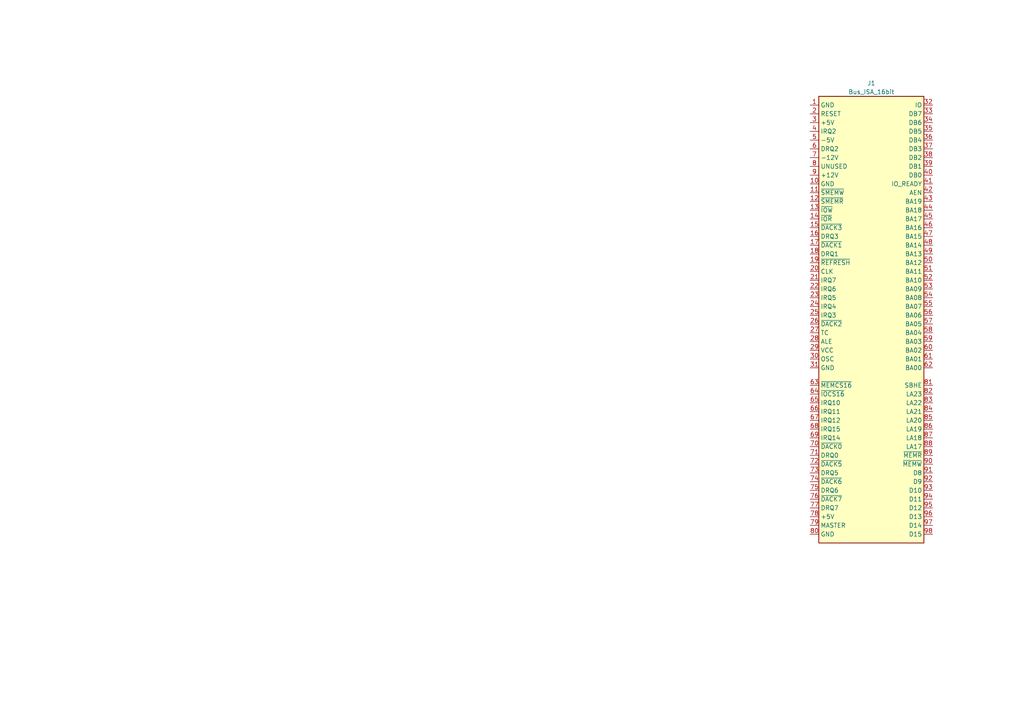
<source format=kicad_sch>
(kicad_sch (version 20230121) (generator eeschema)
  (paper "A4")
  (lib_symbols
    (symbol "Connector:Bus_ISA_16bit"
      (property "Reference" "J" (at 0 67.945 0))
      (property "Value" "Bus_ISA_16bit" (at 0 -65.405 0))
      (symbol "Bus_ISA_16bit_0_1"
        (rectangle (start -15.24 -63.5) (end 15.24 66.04) (stroke (width 0.254)) (fill (type background)))
      )
      (symbol "Bus_ISA_16bit_1_1"
        (pin power_in line (at -17.78 63.5 0) (length 2.54) (name "GND") (number "1"))
        (pin power_in line (at -17.78 40.64 0) (length 2.54) (name "GND") (number "10"))
        (pin output line (at -17.78 38.1 0) (length 2.54) (name "~{SMEMW}") (number "11"))
        (pin output line (at -17.78 35.56 0) (length 2.54) (name "~{SMEMR}") (number "12"))
        (pin output line (at -17.78 33.02 0) (length 2.54) (name "~{IOW}") (number "13"))
        (pin output line (at -17.78 30.48 0) (length 2.54) (name "~{IOR}") (number "14"))
        (pin passive line (at -17.78 27.94 0) (length 2.54) (name "~{DACK3}") (number "15"))
        (pin passive line (at -17.78 25.4 0) (length 2.54) (name "DRQ3") (number "16"))
        (pin passive line (at -17.78 22.86 0) (length 2.54) (name "~{DACK1}") (number "17"))
        (pin passive line (at -17.78 20.32 0) (length 2.54) (name "DRQ1") (number "18"))
        (pin passive line (at -17.78 17.78 0) (length 2.54) (name "~{REFRESH}") (number "19"))
        (pin output line (at -17.78 60.96 0) (length 2.54) (name "RESET") (number "2"))
        (pin output line (at -17.78 15.24 0) (length 2.54) (name "CLK") (number "20"))
        (pin passive line (at -17.78 12.7 0) (length 2.54) (name "IRQ7") (number "21"))
        (pin passive line (at -17.78 10.16 0) (length 2.54) (name "IRQ6") (number "22"))
        (pin passive line (at -17.78 7.62 0) (length 2.54) (name "IRQ5") (number "23"))
        (pin passive line (at -17.78 5.08 0) (length 2.54) (name "IRQ4") (number "24"))
        (pin passive line (at -17.78 2.54 0) (length 2.54) (name "IRQ3") (number "25"))
        (pin passive line (at -17.78 0 0) (length 2.54) (name "~{DACK2}") (number "26"))
        (pin passive line (at -17.78 -2.54 0) (length 2.54) (name "TC") (number "27"))
        (pin output line (at -17.78 -5.08 0) (length 2.54) (name "ALE") (number "28"))
        (pin power_in line (at -17.78 -7.62 0) (length 2.54) (name "VCC") (number "29"))
        (pin power_in line (at -17.78 58.42 0) (length 2.54) (name "+5V") (number "3"))
        (pin output line (at -17.78 -10.16 0) (length 2.54) (name "OSC") (number "30"))
        (pin power_in line (at -17.78 -12.7 0) (length 2.54) (name "GND") (number "31"))
        (pin passive line (at 17.78 63.5 180) (length 2.54) (name "IO") (number "32"))
        (pin tri_state line (at 17.78 60.96 180) (length 2.54) (name "DB7") (number "33"))
        (pin tri_state line (at 17.78 58.42 180) (length 2.54) (name "DB6") (number "34"))
        (pin tri_state line (at 17.78 55.88 180) (length 2.54) (name "DB5") (number "35"))
        (pin tri_state line (at 17.78 53.34 180) (length 2.54) (name "DB4") (number "36"))
        (pin tri_state line (at 17.78 50.8 180) (length 2.54) (name "DB3") (number "37"))
        (pin tri_state line (at 17.78 48.26 180) (length 2.54) (name "DB2") (number "38"))
        (pin tri_state line (at 17.78 45.72 180) (length 2.54) (name "DB1") (number "39"))
        (pin passive line (at -17.78 55.88 0) (length 2.54) (name "IRQ2") (number "4"))
        (pin tri_state line (at 17.78 43.18 180) (length 2.54) (name "DB0") (number "40"))
        (pin passive line (at 17.78 40.64 180) (length 2.54) (name "IO_READY") (number "41"))
        (pin output line (at 17.78 38.1 180) (length 2.54) (name "AEN") (number "42"))
        (pin tri_state line (at 17.78 35.56 180) (length 2.54) (name "BA19") (number "43"))
        (pin tri_state line (at 17.78 33.02 180) (length 2.54) (name "BA18") (number "44"))
        (pin tri_state line (at 17.78 30.48 180) (length 2.54) (name "BA17") (number "45"))
        (pin tri_state line (at 17.78 27.94 180) (length 2.54) (name "BA16") (number "46"))
        (pin tri_state line (at 17.78 25.4 180) (length 2.54) (name "BA15") (number "47"))
        (pin tri_state line (at 17.78 22.86 180) (length 2.54) (name "BA14") (number "48"))
        (pin tri_state line (at 17.78 20.32 180) (length 2.54) (name "BA13") (number "49"))
        (pin power_in line (at -17.78 53.34 0) (length 2.54) (name "-5V") (number "5"))
        (pin tri_state line (at 17.78 17.78 180) (length 2.54) (name "BA12") (number "50"))
        (pin tri_state line (at 17.78 15.24 180) (length 2.54) (name "BA11") (number "51"))
        (pin tri_state line (at 17.78 12.7 180) (length 2.54) (name "BA10") (number "52"))
        (pin tri_state line (at 17.78 10.16 180) (length 2.54) (name "BA09") (number "53"))
        (pin tri_state line (at 17.78 7.62 180) (length 2.54) (name "BA08") (number "54"))
        (pin tri_state line (at 17.78 5.08 180) (length 2.54) (name "BA07") (number "55"))
        (pin tri_state line (at 17.78 2.54 180) (length 2.54) (name "BA06") (number "56"))
        (pin tri_state line (at 17.78 0 180) (length 2.54) (name "BA05") (number "57"))
        (pin tri_state line (at 17.78 -2.54 180) (length 2.54) (name "BA04") (number "58"))
        (pin tri_state line (at 17.78 -5.08 180) (length 2.54) (name "BA03") (number "59"))
        (pin passive line (at -17.78 50.8 0) (length 2.54) (name "DRQ2") (number "6"))
        (pin tri_state line (at 17.78 -7.62 180) (length 2.54) (name "BA02") (number "60"))
        (pin tri_state line (at 17.78 -10.16 180) (length 2.54) (name "BA01") (number "61"))
        (pin tri_state line (at 17.78 -12.7 180) (length 2.54) (name "BA00") (number "62"))
        (pin passive line (at -17.78 -17.78 0) (length 2.54) (name "~{MEMCS16}") (number "63"))
        (pin passive line (at -17.78 -20.32 0) (length 2.54) (name "~{IOCS16}") (number "64"))
        (pin passive line (at -17.78 -22.86 0) (length 2.54) (name "IRQ10") (number "65"))
        (pin passive line (at -17.78 -25.4 0) (length 2.54) (name "IRQ11") (number "66"))
        (pin passive line (at -17.78 -27.94 0) (length 2.54) (name "IRQ12") (number "67"))
        (pin passive line (at -17.78 -30.48 0) (length 2.54) (name "IRQ15") (number "68"))
        (pin passive line (at -17.78 -33.02 0) (length 2.54) (name "IRQ14") (number "69"))
        (pin power_in line (at -17.78 48.26 0) (length 2.54) (name "-12V") (number "7"))
        (pin output line (at -17.78 -35.56 0) (length 2.54) (name "~{DACK0}") (number "70"))
        (pin passive line (at -17.78 -38.1 0) (length 2.54) (name "DRQ0") (number "71"))
        (pin output line (at -17.78 -40.64 0) (length 2.54) (name "~{DACK5}") (number "72"))
        (pin passive line (at -17.78 -43.18 0) (length 2.54) (name "DRQ5") (number "73"))
        (pin output line (at -17.78 -45.72 0) (length 2.54) (name "~{DACK6}") (number "74"))
        (pin passive line (at -17.78 -48.26 0) (length 2.54) (name "DRQ6") (number "75"))
        (pin output line (at -17.78 -50.8 0) (length 2.54) (name "~{DACK7}") (number "76"))
        (pin passive line (at -17.78 -53.34 0) (length 2.54) (name "DRQ7") (number "77"))
        (pin power_in line (at -17.78 -55.88 0) (length 2.54) (name "+5V") (number "78"))
        (pin passive line (at -17.78 -58.42 0) (length 2.54) (name "MASTER") (number "79"))
        (pin passive line (at -17.78 45.72 0) (length 2.54) (name "UNUSED") (number "8"))
        (pin power_in line (at -17.78 -60.96 0) (length 2.54) (name "GND") (number "80"))
        (pin passive line (at 17.78 -17.78 180) (length 2.54) (name "SBHE") (number "81"))
        (pin passive line (at 17.78 -20.32 180) (length 2.54) (name "LA23") (number "82"))
        (pin passive line (at 17.78 -22.86 180) (length 2.54) (name "LA22") (number "83"))
        (pin passive line (at 17.78 -25.4 180) (length 2.54) (name "LA21") (number "84"))
        (pin passive line (at 17.78 -27.94 180) (length 2.54) (name "LA20") (number "85"))
        (pin passive line (at 17.78 -30.48 180) (length 2.54) (name "LA19") (number "86"))
        (pin passive line (at 17.78 -33.02 180) (length 2.54) (name "LA18") (number "87"))
        (pin passive line (at 17.78 -35.56 180) (length 2.54) (name "LA17") (number "88"))
        (pin output line (at 17.78 -38.1 180) (length 2.54) (name "~{MEMR}") (number "89"))
        (pin power_in line (at -17.78 43.18 0) (length 2.54) (name "+12V") (number "9"))
        (pin output line (at 17.78 -40.64 180) (length 2.54) (name "~{MEMW}") (number "90"))
        (pin tri_state line (at 17.78 -43.18 180) (length 2.54) (name "D8") (number "91"))
        (pin tri_state line (at 17.78 -45.72 180) (length 2.54) (name "D9") (number "92"))
        (pin tri_state line (at 17.78 -48.26 180) (length 2.54) (name "D10") (number "93"))
        (pin tri_state line (at 17.78 -50.8 180) (length 2.54) (name "D11") (number "94"))
        (pin tri_state line (at 17.78 -53.34 180) (length 2.54) (name "D12") (number "95"))
        (pin tri_state line (at 17.78 -55.88 180) (length 2.54) (name "D13") (number "96"))
        (pin tri_state line (at 17.78 -58.42 180) (length 2.54) (name "D14") (number "97"))
        (pin tri_state line (at 17.78 -60.96 180) (length 2.54) (name "D15") (number "98"))
      )
    )
  )
  (symbol (lib_id "Connector:Bus_ISA_16bit") (at 252.73 93.98 0) (unit 1)
    (property "Reference" "J1" (at 252.73 24.13 0))
    (property "Value" "Bus_ISA_16bit" (at 252.73 26.67 0))
    (property "Datasheet" "https://en.wikipedia.org/wiki/Industry_Standard_Architecture" (effects hide))
  )
)
</source>
